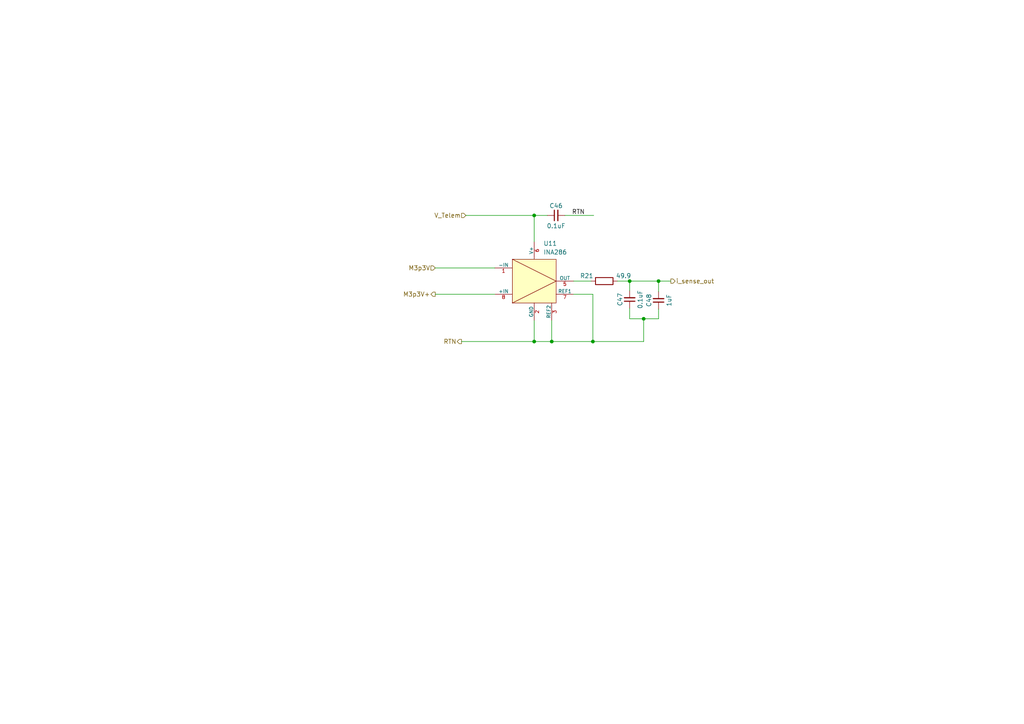
<source format=kicad_sch>
(kicad_sch
	(version 20250114)
	(generator "eeschema")
	(generator_version "9.0")
	(uuid "0001d6ad-31b7-49db-9758-5694b3c65aa8")
	(paper "A4")
	(lib_symbols
		(symbol "Device:C_Small"
			(pin_numbers
				(hide yes)
			)
			(pin_names
				(offset 0.254)
				(hide yes)
			)
			(exclude_from_sim no)
			(in_bom yes)
			(on_board yes)
			(property "Reference" "C"
				(at 0.254 1.778 0)
				(effects
					(font
						(size 1.27 1.27)
					)
					(justify left)
				)
			)
			(property "Value" "C_Small"
				(at 0.254 -2.032 0)
				(effects
					(font
						(size 1.27 1.27)
					)
					(justify left)
				)
			)
			(property "Footprint" ""
				(at 0 0 0)
				(effects
					(font
						(size 1.27 1.27)
					)
					(hide yes)
				)
			)
			(property "Datasheet" "~"
				(at 0 0 0)
				(effects
					(font
						(size 1.27 1.27)
					)
					(hide yes)
				)
			)
			(property "Description" "Unpolarized capacitor, small symbol"
				(at 0 0 0)
				(effects
					(font
						(size 1.27 1.27)
					)
					(hide yes)
				)
			)
			(property "ki_keywords" "capacitor cap"
				(at 0 0 0)
				(effects
					(font
						(size 1.27 1.27)
					)
					(hide yes)
				)
			)
			(property "ki_fp_filters" "C_*"
				(at 0 0 0)
				(effects
					(font
						(size 1.27 1.27)
					)
					(hide yes)
				)
			)
			(symbol "C_Small_0_1"
				(polyline
					(pts
						(xy -1.524 0.508) (xy 1.524 0.508)
					)
					(stroke
						(width 0.3048)
						(type default)
					)
					(fill
						(type none)
					)
				)
				(polyline
					(pts
						(xy -1.524 -0.508) (xy 1.524 -0.508)
					)
					(stroke
						(width 0.3302)
						(type default)
					)
					(fill
						(type none)
					)
				)
			)
			(symbol "C_Small_1_1"
				(pin passive line
					(at 0 2.54 270)
					(length 2.032)
					(name "~"
						(effects
							(font
								(size 1.27 1.27)
							)
						)
					)
					(number "1"
						(effects
							(font
								(size 1.27 1.27)
							)
						)
					)
				)
				(pin passive line
					(at 0 -2.54 90)
					(length 2.032)
					(name "~"
						(effects
							(font
								(size 1.27 1.27)
							)
						)
					)
					(number "2"
						(effects
							(font
								(size 1.27 1.27)
							)
						)
					)
				)
			)
			(embedded_fonts no)
		)
		(symbol "Device:R"
			(pin_numbers
				(hide yes)
			)
			(pin_names
				(offset 0)
			)
			(exclude_from_sim no)
			(in_bom yes)
			(on_board yes)
			(property "Reference" "R"
				(at 2.032 0 90)
				(effects
					(font
						(size 1.27 1.27)
					)
				)
			)
			(property "Value" "R"
				(at 0 0 90)
				(effects
					(font
						(size 1.27 1.27)
					)
				)
			)
			(property "Footprint" ""
				(at -1.778 0 90)
				(effects
					(font
						(size 1.27 1.27)
					)
					(hide yes)
				)
			)
			(property "Datasheet" "~"
				(at 0 0 0)
				(effects
					(font
						(size 1.27 1.27)
					)
					(hide yes)
				)
			)
			(property "Description" "Resistor"
				(at 0 0 0)
				(effects
					(font
						(size 1.27 1.27)
					)
					(hide yes)
				)
			)
			(property "ki_keywords" "R res resistor"
				(at 0 0 0)
				(effects
					(font
						(size 1.27 1.27)
					)
					(hide yes)
				)
			)
			(property "ki_fp_filters" "R_*"
				(at 0 0 0)
				(effects
					(font
						(size 1.27 1.27)
					)
					(hide yes)
				)
			)
			(symbol "R_0_1"
				(rectangle
					(start -1.016 -2.54)
					(end 1.016 2.54)
					(stroke
						(width 0.254)
						(type default)
					)
					(fill
						(type none)
					)
				)
			)
			(symbol "R_1_1"
				(pin passive line
					(at 0 3.81 270)
					(length 1.27)
					(name "~"
						(effects
							(font
								(size 1.27 1.27)
							)
						)
					)
					(number "1"
						(effects
							(font
								(size 1.27 1.27)
							)
						)
					)
				)
				(pin passive line
					(at 0 -3.81 90)
					(length 1.27)
					(name "~"
						(effects
							(font
								(size 1.27 1.27)
							)
						)
					)
					(number "2"
						(effects
							(font
								(size 1.27 1.27)
							)
						)
					)
				)
			)
			(embedded_fonts no)
		)
		(symbol "Texas Instruments:INA28x"
			(pin_names
				(offset 0)
			)
			(exclude_from_sim no)
			(in_bom yes)
			(on_board yes)
			(property "Reference" "U"
				(at -2.032 -3.556 0)
				(effects
					(font
						(size 1.27 1.27)
					)
					(justify left bottom)
				)
			)
			(property "Value" "INA28x"
				(at -6.096 14.478 0)
				(effects
					(font
						(size 1.27 1.27)
					)
					(justify left bottom)
				)
			)
			(property "Footprint" "INA285AQDRQ1:SOIC127P599X175-8N"
				(at 8.382 5.588 0)
				(effects
					(font
						(size 1.27 1.27)
					)
					(justify bottom)
					(hide yes)
				)
			)
			(property "Datasheet" ""
				(at 0 0 0)
				(effects
					(font
						(size 1.27 1.27)
					)
					(hide yes)
				)
			)
			(property "Description" ""
				(at 0 0 0)
				(effects
					(font
						(size 1.27 1.27)
					)
					(hide yes)
				)
			)
			(symbol "INA28x_0_0"
				(pin input line
					(at -5.08 10.16 0)
					(length 5.08)
					(name "-IN"
						(effects
							(font
								(size 1.016 1.016)
							)
						)
					)
					(number "1"
						(effects
							(font
								(size 1.016 1.016)
							)
						)
					)
				)
				(pin input line
					(at -5.08 2.54 0)
					(length 5.08)
					(name "+IN"
						(effects
							(font
								(size 1.016 1.016)
							)
						)
					)
					(number "8"
						(effects
							(font
								(size 1.016 1.016)
							)
						)
					)
				)
				(pin power_in line
					(at 6.35 17.78 270)
					(length 5.08)
					(name "V+"
						(effects
							(font
								(size 1.016 1.016)
							)
						)
					)
					(number "6"
						(effects
							(font
								(size 1.016 1.016)
							)
						)
					)
				)
				(pin power_in line
					(at 6.35 -5.08 90)
					(length 5.08)
					(name "GND"
						(effects
							(font
								(size 1.016 1.016)
							)
						)
					)
					(number "2"
						(effects
							(font
								(size 1.016 1.016)
							)
						)
					)
				)
				(pin input line
					(at 11.43 -5.08 90)
					(length 5.08)
					(name "REF2"
						(effects
							(font
								(size 1.016 1.016)
							)
						)
					)
					(number "3"
						(effects
							(font
								(size 1.016 1.016)
							)
						)
					)
				)
				(pin output line
					(at 17.78 6.35 180)
					(length 5.08)
					(name "OUT"
						(effects
							(font
								(size 1.016 1.016)
							)
						)
					)
					(number "5"
						(effects
							(font
								(size 1.016 1.016)
							)
						)
					)
				)
				(pin input line
					(at 17.78 2.54 180)
					(length 5.08)
					(name "REF1"
						(effects
							(font
								(size 1.016 1.016)
							)
						)
					)
					(number "7"
						(effects
							(font
								(size 1.016 1.016)
							)
						)
					)
				)
			)
			(symbol "INA28x_1_1"
				(rectangle
					(start 0 12.7)
					(end 12.7 0)
					(stroke
						(width 0)
						(type default)
					)
					(fill
						(type background)
					)
				)
				(polyline
					(pts
						(xy 0 12.7) (xy 12.7 6.35) (xy 0 0)
					)
					(stroke
						(width 0)
						(type default)
					)
					(fill
						(type none)
					)
				)
			)
			(embedded_fonts no)
		)
	)
	(junction
		(at 154.94 99.06)
		(diameter 0)
		(color 0 0 0 0)
		(uuid "08d6e3f3-7155-478a-9126-a50e0e3e8d7e")
	)
	(junction
		(at 191.008 81.534)
		(diameter 0)
		(color 0 0 0 0)
		(uuid "4c269512-3d39-48f0-a509-49c90b692286")
	)
	(junction
		(at 154.94 62.484)
		(diameter 0)
		(color 0 0 0 0)
		(uuid "5a0f3b12-2dfd-4232-b7fb-a3bfcbf1c692")
	)
	(junction
		(at 171.958 99.06)
		(diameter 0)
		(color 0 0 0 0)
		(uuid "7a5932b1-7f9b-4ac1-b541-96f95976b44d")
	)
	(junction
		(at 186.69 92.456)
		(diameter 0)
		(color 0 0 0 0)
		(uuid "80d723b9-c1b9-498e-a13f-7400a394d06c")
	)
	(junction
		(at 182.626 81.534)
		(diameter 0)
		(color 0 0 0 0)
		(uuid "8bd7aa4f-7fac-4152-9bc0-e8bc811e6da2")
	)
	(junction
		(at 160.02 99.06)
		(diameter 0)
		(color 0 0 0 0)
		(uuid "ff9467c2-cf16-4302-b4f1-c37b2a58ebe1")
	)
	(wire
		(pts
			(xy 171.958 99.06) (xy 160.02 99.06)
		)
		(stroke
			(width 0)
			(type default)
		)
		(uuid "007daa98-146c-449a-9129-db55418b99db")
	)
	(wire
		(pts
			(xy 160.02 99.06) (xy 154.94 99.06)
		)
		(stroke
			(width 0)
			(type default)
		)
		(uuid "11f3796d-58d9-4668-8593-40d2d976b072")
	)
	(wire
		(pts
			(xy 154.94 92.964) (xy 154.94 99.06)
		)
		(stroke
			(width 0)
			(type default)
		)
		(uuid "1da5e902-de5f-4ff4-8639-8dc54590fea9")
	)
	(wire
		(pts
			(xy 154.94 62.484) (xy 135.128 62.484)
		)
		(stroke
			(width 0)
			(type default)
		)
		(uuid "1e9481a4-9a0d-4dc4-9682-9ac17b72cfc5")
	)
	(wire
		(pts
			(xy 186.69 92.456) (xy 186.69 99.06)
		)
		(stroke
			(width 0)
			(type default)
		)
		(uuid "20eb2229-e8d1-4ab6-b017-54d3b87e1216")
	)
	(wire
		(pts
			(xy 154.94 62.484) (xy 154.94 70.104)
		)
		(stroke
			(width 0)
			(type default)
		)
		(uuid "396cb46b-60ba-4415-b2f5-ce56f79a0f5d")
	)
	(wire
		(pts
			(xy 126.238 77.724) (xy 143.51 77.724)
		)
		(stroke
			(width 0)
			(type default)
		)
		(uuid "3b0fd383-cc92-497a-8a01-875e156e5bf5")
	)
	(wire
		(pts
			(xy 182.626 81.534) (xy 191.008 81.534)
		)
		(stroke
			(width 0)
			(type default)
		)
		(uuid "41d27d4e-2fef-416b-a75c-6ffbae4f7ef5")
	)
	(wire
		(pts
			(xy 182.626 89.408) (xy 182.626 92.456)
		)
		(stroke
			(width 0)
			(type default)
		)
		(uuid "64d4bbfe-6770-4715-ae43-6a84644a2131")
	)
	(wire
		(pts
			(xy 191.008 81.534) (xy 191.008 84.582)
		)
		(stroke
			(width 0)
			(type default)
		)
		(uuid "6607c375-8415-4904-a03f-44886f15c552")
	)
	(wire
		(pts
			(xy 179.07 81.534) (xy 182.626 81.534)
		)
		(stroke
			(width 0)
			(type default)
		)
		(uuid "6ec7fd94-4cd9-48cd-b2a0-aac051fff225")
	)
	(wire
		(pts
			(xy 166.37 81.534) (xy 171.45 81.534)
		)
		(stroke
			(width 0)
			(type default)
		)
		(uuid "71ad045a-f36d-487b-b405-18cd4bb923eb")
	)
	(wire
		(pts
			(xy 166.37 85.344) (xy 171.958 85.344)
		)
		(stroke
			(width 0)
			(type default)
		)
		(uuid "86d4a6a4-0772-46e4-aea1-cb794dde8b72")
	)
	(wire
		(pts
			(xy 186.69 92.456) (xy 191.008 92.456)
		)
		(stroke
			(width 0)
			(type default)
		)
		(uuid "9092c50e-7b45-45bb-b238-ae31a0317e7d")
	)
	(wire
		(pts
			(xy 126.238 85.344) (xy 143.51 85.344)
		)
		(stroke
			(width 0)
			(type default)
		)
		(uuid "96eab99b-f5e1-4bec-a506-29fac702a692")
	)
	(wire
		(pts
			(xy 171.958 85.344) (xy 171.958 99.06)
		)
		(stroke
			(width 0)
			(type default)
		)
		(uuid "9c238a92-84b8-44a9-9f78-a721e42df123")
	)
	(wire
		(pts
			(xy 160.02 92.964) (xy 160.02 99.06)
		)
		(stroke
			(width 0)
			(type default)
		)
		(uuid "9f15eb5d-a120-4fd3-ae03-d1ce14c4fb4e")
	)
	(wire
		(pts
			(xy 163.83 62.484) (xy 172.212 62.484)
		)
		(stroke
			(width 0)
			(type default)
		)
		(uuid "a114ff21-361c-4bd3-84e2-f71a73f05797")
	)
	(wire
		(pts
			(xy 186.69 99.06) (xy 171.958 99.06)
		)
		(stroke
			(width 0)
			(type default)
		)
		(uuid "af833660-6185-4f87-844a-92ee90169ed4")
	)
	(wire
		(pts
			(xy 182.626 81.534) (xy 182.626 84.328)
		)
		(stroke
			(width 0)
			(type default)
		)
		(uuid "ce5cffcb-452d-4b54-b411-9225e3f86261")
	)
	(wire
		(pts
			(xy 158.75 62.484) (xy 154.94 62.484)
		)
		(stroke
			(width 0)
			(type default)
		)
		(uuid "dcda231c-2299-4a98-a263-c4b8cc4ee63c")
	)
	(wire
		(pts
			(xy 191.008 92.456) (xy 191.008 89.662)
		)
		(stroke
			(width 0)
			(type default)
		)
		(uuid "df9dbdd0-f819-44e5-86a5-54ef4482463f")
	)
	(wire
		(pts
			(xy 191.008 81.534) (xy 194.564 81.534)
		)
		(stroke
			(width 0)
			(type default)
		)
		(uuid "ee479869-ab9c-4313-ac90-94dabffa3b8d")
	)
	(wire
		(pts
			(xy 133.858 99.06) (xy 154.94 99.06)
		)
		(stroke
			(width 0)
			(type default)
		)
		(uuid "f8bc8c4b-b0d4-4ffb-a58f-9a740d58a9a4")
	)
	(wire
		(pts
			(xy 182.626 92.456) (xy 186.69 92.456)
		)
		(stroke
			(width 0)
			(type default)
		)
		(uuid "ffcabd87-4b55-4fee-8b10-2b4657befdde")
	)
	(label "RTN"
		(at 165.862 62.484 0)
		(effects
			(font
				(size 1.27 1.27)
			)
			(justify left bottom)
		)
		(uuid "0203676a-6319-4d05-9e54-a720dd778c59")
	)
	(hierarchical_label "i_sense_out"
		(shape output)
		(at 194.564 81.534 0)
		(effects
			(font
				(size 1.27 1.27)
			)
			(justify left)
		)
		(uuid "294be04d-62ff-4718-a5e3-b2eed99d9885")
	)
	(hierarchical_label "RTN"
		(shape output)
		(at 133.858 99.06 180)
		(effects
			(font
				(size 1.27 1.27)
			)
			(justify right)
		)
		(uuid "b03aaa62-460b-466c-81b9-bb8743252a49")
	)
	(hierarchical_label "V_Telem"
		(shape input)
		(at 135.128 62.484 180)
		(effects
			(font
				(size 1.27 1.27)
			)
			(justify right)
		)
		(uuid "b3547aab-39b0-4778-a8ce-fbe8a280ba09")
	)
	(hierarchical_label "M3p3V+"
		(shape output)
		(at 126.238 85.344 180)
		(effects
			(font
				(size 1.27 1.27)
			)
			(justify right)
		)
		(uuid "b492c6c6-cda0-4b68-8f29-44abff5c5026")
	)
	(hierarchical_label "M3p3V"
		(shape input)
		(at 126.238 77.724 180)
		(effects
			(font
				(size 1.27 1.27)
			)
			(justify right)
		)
		(uuid "bae9d38b-1c42-46a5-9108-236cc16dab44")
	)
	(symbol
		(lib_id "Texas Instruments:INA28x")
		(at 148.59 87.884 0)
		(unit 1)
		(exclude_from_sim no)
		(in_bom yes)
		(on_board yes)
		(dnp no)
		(fields_autoplaced yes)
		(uuid "045c416f-8399-4379-b425-adf73b1ab691")
		(property "Reference" "U10"
			(at 157.6071 70.612 0)
			(effects
				(font
					(size 1.27 1.27)
				)
				(justify left)
			)
		)
		(property "Value" "INA286"
			(at 157.6071 73.152 0)
			(effects
				(font
					(size 1.27 1.27)
				)
				(justify left)
			)
		)
		(property "Footprint" "Texas_Instruments:INA28x_8SOIC"
			(at 156.972 82.296 0)
			(effects
				(font
					(size 1.27 1.27)
				)
				(justify bottom)
				(hide yes)
			)
		)
		(property "Datasheet" ""
			(at 148.59 87.884 0)
			(effects
				(font
					(size 1.27 1.27)
				)
				(hide yes)
			)
		)
		(property "Description" "IC CURRENT MONITOR 0.4% 8SOIC"
			(at 148.59 87.884 0)
			(effects
				(font
					(size 1.27 1.27)
				)
				(hide yes)
			)
		)
		(property "Distributor" "Digi-Key"
			(at 148.59 87.884 0)
			(effects
				(font
					(size 1.27 1.27)
				)
				(hide yes)
			)
		)
		(property "Manufacturer" "Texas Instruments"
			(at 148.59 87.884 0)
			(effects
				(font
					(size 1.27 1.27)
				)
				(hide yes)
			)
		)
		(property "Package" "8-SOIC"
			(at 148.59 87.884 0)
			(effects
				(font
					(size 1.27 1.27)
				)
				(hide yes)
			)
		)
		(property "Part Type" "SMD"
			(at 148.59 87.884 0)
			(effects
				(font
					(size 1.27 1.27)
				)
				(hide yes)
			)
		)
		(property "Dist. Part Num" "296-43593-1-ND"
			(at 148.59 87.884 0)
			(effects
				(font
					(size 1.27 1.27)
				)
				(hide yes)
			)
		)
		(property "Man. Part Num" "INA286AIDR"
			(at 148.59 87.884 0)
			(effects
				(font
					(size 1.27 1.27)
				)
				(hide yes)
			)
		)
		(pin "3"
			(uuid "d67806dc-7cbc-4da9-b7d4-4307c495c6e9")
		)
		(pin "7"
			(uuid "4f8ad9dc-4f34-41a0-b733-48fb93511af4")
		)
		(pin "6"
			(uuid "90ccd328-1ff9-4b30-996f-00ca5bf3953e")
		)
		(pin "8"
			(uuid "1cc27795-19e1-4436-b453-6a531df07ed5")
		)
		(pin "5"
			(uuid "af58a009-3588-4c7c-833d-1ab1dfb8561d")
		)
		(pin "1"
			(uuid "42f240a1-adbe-4fa6-8f65-10ccfb18501f")
		)
		(pin "2"
			(uuid "afb6bc32-2fec-4f65-ac9b-c8bcdf7a0ce8")
		)
		(instances
			(project "Shaper_PDU"
				(path "/38bcebbd-10a1-47e0-b943-f959cfcb45e4/95c5cc52-e408-4e51-99e2-5e344727e9d8/1fab9fc4-3708-47fc-b7b9-5f4e3ac3047f"
					(reference "U11")
					(unit 1)
				)
				(path "/38bcebbd-10a1-47e0-b943-f959cfcb45e4/95c5cc52-e408-4e51-99e2-5e344727e9d8/3b2ea420-14d2-41df-a984-a3dbc58c7c00"
					(reference "U13")
					(unit 1)
				)
				(path "/38bcebbd-10a1-47e0-b943-f959cfcb45e4/95c5cc52-e408-4e51-99e2-5e344727e9d8/60a77207-ee70-4725-938f-4ff7a651618a"
					(reference "U10")
					(unit 1)
				)
				(path "/38bcebbd-10a1-47e0-b943-f959cfcb45e4/95c5cc52-e408-4e51-99e2-5e344727e9d8/652c285b-63a0-446f-8eda-216e9275ae29"
					(reference "U15")
					(unit 1)
				)
				(path "/38bcebbd-10a1-47e0-b943-f959cfcb45e4/95c5cc52-e408-4e51-99e2-5e344727e9d8/7317f7d5-9bbf-4250-9284-110c550530c8"
					(reference "U14")
					(unit 1)
				)
				(path "/38bcebbd-10a1-47e0-b943-f959cfcb45e4/95c5cc52-e408-4e51-99e2-5e344727e9d8/86dff126-8a63-41b5-8b3f-982cf7a098d5"
					(reference "U12")
					(unit 1)
				)
			)
		)
	)
	(symbol
		(lib_id "Device:C_Small")
		(at 191.008 87.122 180)
		(unit 1)
		(exclude_from_sim no)
		(in_bom yes)
		(on_board yes)
		(dnp no)
		(uuid "97a6d935-453a-41a5-b698-8ff119e909a4")
		(property "Reference" "C45"
			(at 188.214 87.122 90)
			(effects
				(font
					(size 1.27 1.27)
				)
			)
		)
		(property "Value" "1uF"
			(at 194.056 87.122 90)
			(effects
				(font
					(size 1.27 1.27)
				)
			)
		)
		(property "Footprint" "Capacitor_SMD:C_0603_1608Metric"
			(at 191.008 87.122 0)
			(effects
				(font
					(size 1.27 1.27)
				)
				(hide yes)
			)
		)
		(property "Datasheet" "~"
			(at 191.008 87.122 0)
			(effects
				(font
					(size 1.27 1.27)
				)
				(hide yes)
			)
		)
		(property "Description" "1 µF ±10% 16V Ceramic Capacitor X7R 0603 (1608 Metric)"
			(at 191.008 87.122 0)
			(effects
				(font
					(size 1.27 1.27)
				)
				(hide yes)
			)
		)
		(property "Dist. Part Num" "1276-1019-1-ND"
			(at 191.008 87.122 0)
			(effects
				(font
					(size 1.27 1.27)
				)
				(hide yes)
			)
		)
		(property "Distributor" "Digi-Key"
			(at 191.008 87.122 0)
			(effects
				(font
					(size 1.27 1.27)
				)
				(hide yes)
			)
		)
		(property "Man. Part Num" "CL10B105KO8NNNC"
			(at 191.008 87.122 0)
			(effects
				(font
					(size 1.27 1.27)
				)
				(hide yes)
			)
		)
		(property "Manufacturer" "Samsung Electro-Mechanics"
			(at 191.008 87.122 0)
			(effects
				(font
					(size 1.27 1.27)
				)
				(hide yes)
			)
		)
		(property "Package" "0603 (1608 Metric)"
			(at 191.008 87.122 0)
			(effects
				(font
					(size 1.27 1.27)
				)
				(hide yes)
			)
		)
		(property "Part Type" "SMD"
			(at 191.008 87.122 0)
			(effects
				(font
					(size 1.27 1.27)
				)
				(hide yes)
			)
		)
		(pin "1"
			(uuid "13246f47-4b6e-486a-a2a3-d767101ab3f9")
		)
		(pin "2"
			(uuid "33fed8a1-3082-4b88-9acc-268ccc9cbe65")
		)
		(instances
			(project "Shaper_PDU"
				(path "/38bcebbd-10a1-47e0-b943-f959cfcb45e4/95c5cc52-e408-4e51-99e2-5e344727e9d8/1fab9fc4-3708-47fc-b7b9-5f4e3ac3047f"
					(reference "C48")
					(unit 1)
				)
				(path "/38bcebbd-10a1-47e0-b943-f959cfcb45e4/95c5cc52-e408-4e51-99e2-5e344727e9d8/3b2ea420-14d2-41df-a984-a3dbc58c7c00"
					(reference "C54")
					(unit 1)
				)
				(path "/38bcebbd-10a1-47e0-b943-f959cfcb45e4/95c5cc52-e408-4e51-99e2-5e344727e9d8/60a77207-ee70-4725-938f-4ff7a651618a"
					(reference "C45")
					(unit 1)
				)
				(path "/38bcebbd-10a1-47e0-b943-f959cfcb45e4/95c5cc52-e408-4e51-99e2-5e344727e9d8/652c285b-63a0-446f-8eda-216e9275ae29"
					(reference "C60")
					(unit 1)
				)
				(path "/38bcebbd-10a1-47e0-b943-f959cfcb45e4/95c5cc52-e408-4e51-99e2-5e344727e9d8/7317f7d5-9bbf-4250-9284-110c550530c8"
					(reference "C57")
					(unit 1)
				)
				(path "/38bcebbd-10a1-47e0-b943-f959cfcb45e4/95c5cc52-e408-4e51-99e2-5e344727e9d8/86dff126-8a63-41b5-8b3f-982cf7a098d5"
					(reference "C51")
					(unit 1)
				)
			)
		)
	)
	(symbol
		(lib_id "Device:R")
		(at 175.26 81.534 90)
		(unit 1)
		(exclude_from_sim no)
		(in_bom yes)
		(on_board yes)
		(dnp no)
		(uuid "9c95c0ac-d913-4365-9a94-0db78bdf5360")
		(property "Reference" "R20"
			(at 170.18 80.01 90)
			(effects
				(font
					(size 1.27 1.27)
				)
			)
		)
		(property "Value" "49.9"
			(at 180.848 80.01 90)
			(effects
				(font
					(size 1.27 1.27)
				)
			)
		)
		(property "Footprint" "Resistor_SMD:R_0603_1608Metric"
			(at 175.26 83.312 90)
			(effects
				(font
					(size 1.27 1.27)
				)
				(hide yes)
			)
		)
		(property "Datasheet" "~"
			(at 175.26 81.534 0)
			(effects
				(font
					(size 1.27 1.27)
				)
				(hide yes)
			)
		)
		(property "Description" "49.9 Ohms ±0.1% 0.21W Chip Resistor 0603 (1608 Metric) Anti-Sulfur, Automotive AEC-Q200, Moisture Resistant Thin Film"
			(at 175.26 81.534 0)
			(effects
				(font
					(size 1.27 1.27)
				)
				(hide yes)
			)
		)
		(property "Dist. Part Num" "541-2031-1-ND"
			(at 175.26 81.534 0)
			(effects
				(font
					(size 1.27 1.27)
				)
				(hide yes)
			)
		)
		(property "Distributor" "Digi-Key"
			(at 175.26 81.534 0)
			(effects
				(font
					(size 1.27 1.27)
				)
				(hide yes)
			)
		)
		(property "Man. Part Num" "TNPW060349R9BEEA"
			(at 175.26 81.534 0)
			(effects
				(font
					(size 1.27 1.27)
				)
				(hide yes)
			)
		)
		(property "Manufacturer" "Vishay Dale"
			(at 175.26 81.534 0)
			(effects
				(font
					(size 1.27 1.27)
				)
				(hide yes)
			)
		)
		(property "Package" "0603 (1608 Metric)"
			(at 175.26 81.534 0)
			(effects
				(font
					(size 1.27 1.27)
				)
				(hide yes)
			)
		)
		(property "Part Type" "SMD"
			(at 175.26 81.534 0)
			(effects
				(font
					(size 1.27 1.27)
				)
				(hide yes)
			)
		)
		(pin "2"
			(uuid "93ed71a9-ad89-495a-aac3-728a48df447c")
		)
		(pin "1"
			(uuid "70456d1f-3387-4c11-9a5a-c36b1700060f")
		)
		(instances
			(project "Shaper_PDU"
				(path "/38bcebbd-10a1-47e0-b943-f959cfcb45e4/95c5cc52-e408-4e51-99e2-5e344727e9d8/1fab9fc4-3708-47fc-b7b9-5f4e3ac3047f"
					(reference "R21")
					(unit 1)
				)
				(path "/38bcebbd-10a1-47e0-b943-f959cfcb45e4/95c5cc52-e408-4e51-99e2-5e344727e9d8/3b2ea420-14d2-41df-a984-a3dbc58c7c00"
					(reference "R23")
					(unit 1)
				)
				(path "/38bcebbd-10a1-47e0-b943-f959cfcb45e4/95c5cc52-e408-4e51-99e2-5e344727e9d8/60a77207-ee70-4725-938f-4ff7a651618a"
					(reference "R20")
					(unit 1)
				)
				(path "/38bcebbd-10a1-47e0-b943-f959cfcb45e4/95c5cc52-e408-4e51-99e2-5e344727e9d8/652c285b-63a0-446f-8eda-216e9275ae29"
					(reference "R25")
					(unit 1)
				)
				(path "/38bcebbd-10a1-47e0-b943-f959cfcb45e4/95c5cc52-e408-4e51-99e2-5e344727e9d8/7317f7d5-9bbf-4250-9284-110c550530c8"
					(reference "R24")
					(unit 1)
				)
				(path "/38bcebbd-10a1-47e0-b943-f959cfcb45e4/95c5cc52-e408-4e51-99e2-5e344727e9d8/86dff126-8a63-41b5-8b3f-982cf7a098d5"
					(reference "R22")
					(unit 1)
				)
			)
		)
	)
	(symbol
		(lib_id "Device:C_Small")
		(at 161.29 62.484 90)
		(unit 1)
		(exclude_from_sim no)
		(in_bom yes)
		(on_board yes)
		(dnp no)
		(uuid "e13f9de2-06b7-4f55-bbfa-101f94c2d07f")
		(property "Reference" "C43"
			(at 161.29 59.69 90)
			(effects
				(font
					(size 1.27 1.27)
				)
			)
		)
		(property "Value" "0.1uF"
			(at 161.29 65.532 90)
			(effects
				(font
					(size 1.27 1.27)
				)
			)
		)
		(property "Footprint" "Capacitor_SMD:C_0603_1608Metric"
			(at 161.29 62.484 0)
			(effects
				(font
					(size 1.27 1.27)
				)
				(hide yes)
			)
		)
		(property "Datasheet" "~"
			(at 161.29 62.484 0)
			(effects
				(font
					(size 1.27 1.27)
				)
				(hide yes)
			)
		)
		(property "Description" "0.1 µF ±10% 50V Ceramic Capacitor X7R 0603 (1608 Metric)"
			(at 161.29 62.484 0)
			(effects
				(font
					(size 1.27 1.27)
				)
				(hide yes)
			)
		)
		(property "Dist. Part Num" "399-C0603C104K5RAC7411CT-ND"
			(at 161.29 62.484 0)
			(effects
				(font
					(size 1.27 1.27)
				)
				(hide yes)
			)
		)
		(property "Distributor" "Digi-Key"
			(at 161.29 62.484 0)
			(effects
				(font
					(size 1.27 1.27)
				)
				(hide yes)
			)
		)
		(property "Man. Part Num" "C0603C104K5RAC7411"
			(at 161.29 62.484 0)
			(effects
				(font
					(size 1.27 1.27)
				)
				(hide yes)
			)
		)
		(property "Manufacturer" "KEMET"
			(at 161.29 62.484 0)
			(effects
				(font
					(size 1.27 1.27)
				)
				(hide yes)
			)
		)
		(property "Package" "0603 (1608 Metric)"
			(at 161.29 62.484 0)
			(effects
				(font
					(size 1.27 1.27)
				)
				(hide yes)
			)
		)
		(property "Part Type" "SMD"
			(at 161.29 62.484 0)
			(effects
				(font
					(size 1.27 1.27)
				)
				(hide yes)
			)
		)
		(pin "1"
			(uuid "12043b2e-3a47-4967-b8f6-e9e3e1f126c8")
		)
		(pin "2"
			(uuid "003c8f57-27c8-4efe-8b87-3a303eef8590")
		)
		(instances
			(project "Shaper_PDU"
				(path "/38bcebbd-10a1-47e0-b943-f959cfcb45e4/95c5cc52-e408-4e51-99e2-5e344727e9d8/1fab9fc4-3708-47fc-b7b9-5f4e3ac3047f"
					(reference "C46")
					(unit 1)
				)
				(path "/38bcebbd-10a1-47e0-b943-f959cfcb45e4/95c5cc52-e408-4e51-99e2-5e344727e9d8/3b2ea420-14d2-41df-a984-a3dbc58c7c00"
					(reference "C52")
					(unit 1)
				)
				(path "/38bcebbd-10a1-47e0-b943-f959cfcb45e4/95c5cc52-e408-4e51-99e2-5e344727e9d8/60a77207-ee70-4725-938f-4ff7a651618a"
					(reference "C43")
					(unit 1)
				)
				(path "/38bcebbd-10a1-47e0-b943-f959cfcb45e4/95c5cc52-e408-4e51-99e2-5e344727e9d8/652c285b-63a0-446f-8eda-216e9275ae29"
					(reference "C58")
					(unit 1)
				)
				(path "/38bcebbd-10a1-47e0-b943-f959cfcb45e4/95c5cc52-e408-4e51-99e2-5e344727e9d8/7317f7d5-9bbf-4250-9284-110c550530c8"
					(reference "C55")
					(unit 1)
				)
				(path "/38bcebbd-10a1-47e0-b943-f959cfcb45e4/95c5cc52-e408-4e51-99e2-5e344727e9d8/86dff126-8a63-41b5-8b3f-982cf7a098d5"
					(reference "C49")
					(unit 1)
				)
			)
		)
	)
	(symbol
		(lib_id "Device:C_Small")
		(at 182.626 86.868 180)
		(unit 1)
		(exclude_from_sim no)
		(in_bom yes)
		(on_board yes)
		(dnp no)
		(uuid "fa92c297-fc5a-48e3-bbd2-29732ef78b7f")
		(property "Reference" "C44"
			(at 179.832 86.868 90)
			(effects
				(font
					(size 1.27 1.27)
				)
			)
		)
		(property "Value" "0.1uF"
			(at 185.674 86.868 90)
			(effects
				(font
					(size 1.27 1.27)
				)
			)
		)
		(property "Footprint" "Capacitor_SMD:C_0603_1608Metric"
			(at 182.626 86.868 0)
			(effects
				(font
					(size 1.27 1.27)
				)
				(hide yes)
			)
		)
		(property "Datasheet" "~"
			(at 182.626 86.868 0)
			(effects
				(font
					(size 1.27 1.27)
				)
				(hide yes)
			)
		)
		(property "Description" "0.1 µF ±10% 50V Ceramic Capacitor X7R 0603 (1608 Metric)"
			(at 182.626 86.868 0)
			(effects
				(font
					(size 1.27 1.27)
				)
				(hide yes)
			)
		)
		(property "Dist. Part Num" "399-C0603C104K5RAC7411CT-ND"
			(at 182.626 86.868 0)
			(effects
				(font
					(size 1.27 1.27)
				)
				(hide yes)
			)
		)
		(property "Distributor" "Digi-Key"
			(at 182.626 86.868 0)
			(effects
				(font
					(size 1.27 1.27)
				)
				(hide yes)
			)
		)
		(property "Man. Part Num" "C0603C104K5RAC7411"
			(at 182.626 86.868 0)
			(effects
				(font
					(size 1.27 1.27)
				)
				(hide yes)
			)
		)
		(property "Manufacturer" "KEMET"
			(at 182.626 86.868 0)
			(effects
				(font
					(size 1.27 1.27)
				)
				(hide yes)
			)
		)
		(property "Package" "0603 (1608 Metric)"
			(at 182.626 86.868 0)
			(effects
				(font
					(size 1.27 1.27)
				)
				(hide yes)
			)
		)
		(property "Part Type" "SMD"
			(at 182.626 86.868 0)
			(effects
				(font
					(size 1.27 1.27)
				)
				(hide yes)
			)
		)
		(pin "1"
			(uuid "8c276f5e-a8c7-4213-8486-da4dcda2b590")
		)
		(pin "2"
			(uuid "1fea8a9f-f0f1-45c0-9420-c17bc243569f")
		)
		(instances
			(project "Shaper_PDU"
				(path "/38bcebbd-10a1-47e0-b943-f959cfcb45e4/95c5cc52-e408-4e51-99e2-5e344727e9d8/1fab9fc4-3708-47fc-b7b9-5f4e3ac3047f"
					(reference "C47")
					(unit 1)
				)
				(path "/38bcebbd-10a1-47e0-b943-f959cfcb45e4/95c5cc52-e408-4e51-99e2-5e344727e9d8/3b2ea420-14d2-41df-a984-a3dbc58c7c00"
					(reference "C53")
					(unit 1)
				)
				(path "/38bcebbd-10a1-47e0-b943-f959cfcb45e4/95c5cc52-e408-4e51-99e2-5e344727e9d8/60a77207-ee70-4725-938f-4ff7a651618a"
					(reference "C44")
					(unit 1)
				)
				(path "/38bcebbd-10a1-47e0-b943-f959cfcb45e4/95c5cc52-e408-4e51-99e2-5e344727e9d8/652c285b-63a0-446f-8eda-216e9275ae29"
					(reference "C59")
					(unit 1)
				)
				(path "/38bcebbd-10a1-47e0-b943-f959cfcb45e4/95c5cc52-e408-4e51-99e2-5e344727e9d8/7317f7d5-9bbf-4250-9284-110c550530c8"
					(reference "C56")
					(unit 1)
				)
				(path "/38bcebbd-10a1-47e0-b943-f959cfcb45e4/95c5cc52-e408-4e51-99e2-5e344727e9d8/86dff126-8a63-41b5-8b3f-982cf7a098d5"
					(reference "C50")
					(unit 1)
				)
			)
		)
	)
)

</source>
